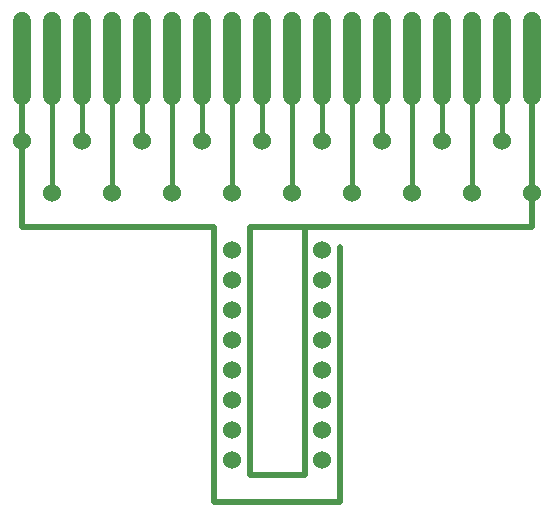
<source format=gtl>
%FSTAX24Y24*%
%MOIN*%
%IN card16drill..gtl *%
%ADD10C,0.0150*%
%ADD11C,0.0200*%
%ADD12C,0.0600*%
D12*X011535Y005662D03*X008535Y011662D03*Y010662D03*Y009662D03*
Y008662D03*Y007662D03*Y006662D03*Y005662D03*X011535Y006662D03*
Y007662D03*Y008662D03*Y009662D03*Y010662D03*Y011662D03*Y012662D03*
X008535D03*X018535Y014537D03*X016535D03*X014535D03*X012535D03*
X010535D03*X008535D03*X006535D03*X004535D03*X002535D03*
X003535Y016287D03*X005535D03*X007535D03*X009535D03*X011535D03*
X013535D03*X015535D03*X017535D03*X001535D03*X017535Y020287D02*
G01Y017787D01*X010535Y020287D02*Y017787D01*X016535Y020287D02*
Y017787D01*X015535Y020287D02*Y017787D01*X006535Y020287D02*Y017787D01*
X005535Y020287D02*Y017787D01*X001535Y020287D02*Y017787D01*
X002535Y020287D02*Y017787D01*X011535Y020287D02*Y017787D01*
X012535Y020287D02*Y017787D01*X009535Y020287D02*Y017787D01*
X018535Y020287D02*Y017787D01*X008535Y020287D02*Y017787D01*
X007535Y020287D02*Y017787D01*X014535Y020287D02*Y017787D01*
X013535Y020287D02*Y017787D01*X003535Y020287D02*Y017787D01*
X004535Y020287D02*Y017787D01*D11*X001535Y017662D02*Y013412D01*
X007935D01*Y004262D01*X012135D01*Y012762D01*X018535Y017662D02*
Y013412D01*X01096D01*X009135Y005162D02*X01096D01*Y013412D01*X009135D01*
Y005162D01*D10*X002535Y014537D02*Y017662D01*X003535D02*Y016287D01*
X004535Y014537D02*Y017662D01*X005535Y016287D02*Y017662D01*
X006535Y014537D02*Y017662D01*X007535Y016287D02*Y017662D01*
X008535Y014537D02*Y017662D01*X009535Y016287D02*Y017662D01*
X010535Y014537D02*Y017662D01*X011535Y016287D02*Y017662D01*
X012535Y014537D02*Y017662D01*X013535Y016287D02*Y017662D01*
X014535Y014537D02*Y017662D01*X015535Y016287D02*Y017662D01*
X016535Y014537D02*Y017662D01*X017535Y016287D02*Y017662D01*
M02*
</source>
